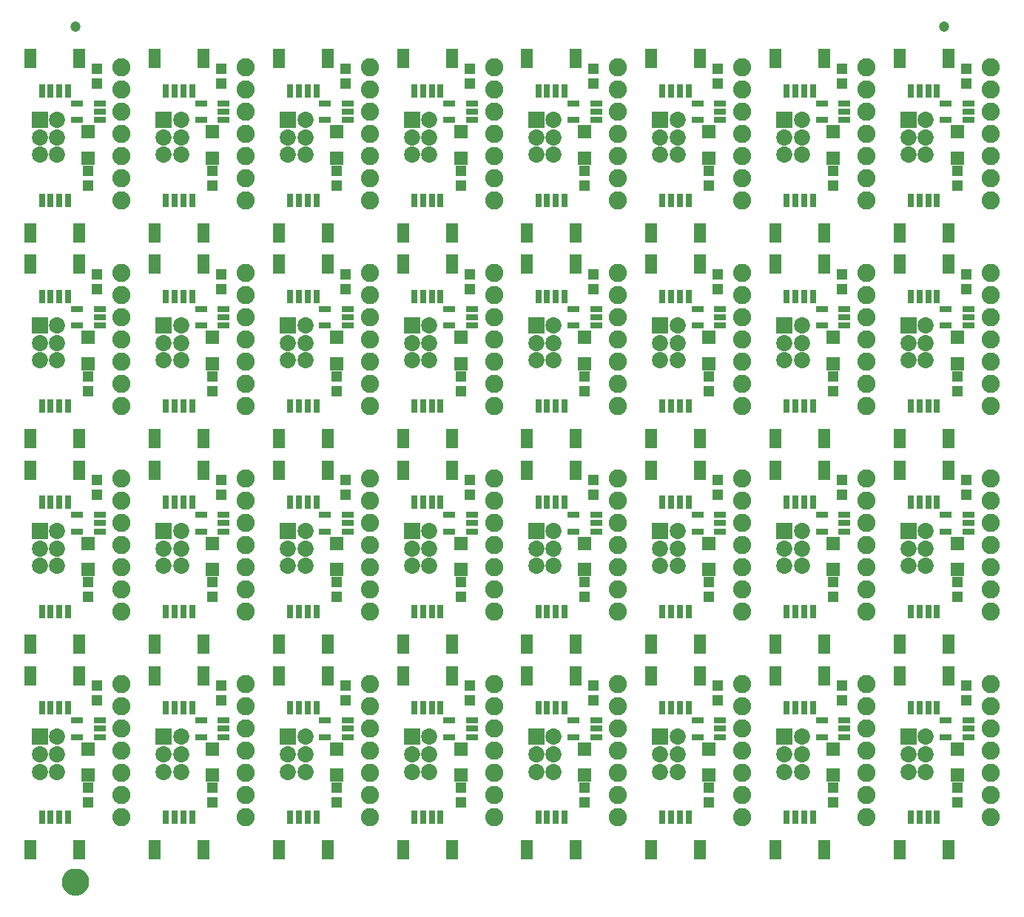
<source format=gts>
G75*
%MOIN*%
%OFA0B0*%
%FSLAX25Y25*%
%IPPOS*%
%LPD*%
%AMOC8*
5,1,8,0,0,1.08239X$1,22.5*
%
%ADD10R,0.04737X0.05131*%
%ADD11R,0.05524X0.08674*%
%ADD12R,0.03162X0.06115*%
%ADD13R,0.07300X0.07300*%
%ADD14C,0.07300*%
%ADD15R,0.05918X0.05918*%
%ADD16R,0.05524X0.02965*%
%ADD17C,0.08200*%
%ADD18C,0.04737*%
%ADD19C,0.05000*%
%ADD20C,0.06706*%
D10*
X0212843Y0056104D03*
X0212843Y0062797D03*
X0268765Y0062797D03*
X0268765Y0056104D03*
X0324686Y0056104D03*
X0324686Y0062797D03*
X0328686Y0102104D03*
X0328686Y0108797D03*
X0384607Y0108797D03*
X0384607Y0102104D03*
X0380607Y0062797D03*
X0380607Y0056104D03*
X0436528Y0056104D03*
X0436528Y0062797D03*
X0440528Y0102104D03*
X0440528Y0108797D03*
X0436528Y0148805D03*
X0436528Y0155498D03*
X0380607Y0155498D03*
X0380607Y0148805D03*
X0324686Y0148805D03*
X0324686Y0155498D03*
X0328686Y0194805D03*
X0328686Y0201498D03*
X0384607Y0201498D03*
X0384607Y0194805D03*
X0440528Y0194805D03*
X0440528Y0201498D03*
X0436528Y0241506D03*
X0436528Y0248199D03*
X0380607Y0248199D03*
X0380607Y0241506D03*
X0324686Y0241506D03*
X0324686Y0248199D03*
X0328686Y0287506D03*
X0328686Y0294199D03*
X0384607Y0294199D03*
X0384607Y0287506D03*
X0440528Y0287506D03*
X0440528Y0294199D03*
X0436528Y0334207D03*
X0436528Y0340900D03*
X0380607Y0340900D03*
X0380607Y0334207D03*
X0324686Y0334207D03*
X0324686Y0340900D03*
X0328686Y0380207D03*
X0328686Y0386900D03*
X0384607Y0386900D03*
X0384607Y0380207D03*
X0440528Y0380207D03*
X0440528Y0386900D03*
X0496450Y0386900D03*
X0496450Y0380207D03*
X0552371Y0380207D03*
X0552371Y0386900D03*
X0608292Y0386900D03*
X0608292Y0380207D03*
X0604292Y0340900D03*
X0604292Y0334207D03*
X0548371Y0334207D03*
X0548371Y0340900D03*
X0492450Y0340900D03*
X0492450Y0334207D03*
X0496450Y0294199D03*
X0496450Y0287506D03*
X0552371Y0287506D03*
X0552371Y0294199D03*
X0608292Y0294199D03*
X0608292Y0287506D03*
X0604292Y0248199D03*
X0604292Y0241506D03*
X0548371Y0241506D03*
X0548371Y0248199D03*
X0492450Y0248199D03*
X0492450Y0241506D03*
X0496450Y0201498D03*
X0496450Y0194805D03*
X0552371Y0194805D03*
X0552371Y0201498D03*
X0608292Y0201498D03*
X0608292Y0194805D03*
X0604292Y0155498D03*
X0604292Y0148805D03*
X0548371Y0148805D03*
X0548371Y0155498D03*
X0492450Y0155498D03*
X0492450Y0148805D03*
X0496450Y0108797D03*
X0496450Y0102104D03*
X0552371Y0102104D03*
X0552371Y0108797D03*
X0608292Y0108797D03*
X0608292Y0102104D03*
X0604292Y0062797D03*
X0604292Y0056104D03*
X0548371Y0056104D03*
X0548371Y0062797D03*
X0492450Y0062797D03*
X0492450Y0056104D03*
X0272765Y0102104D03*
X0272765Y0108797D03*
X0268765Y0148805D03*
X0268765Y0155498D03*
X0212843Y0155498D03*
X0212843Y0148805D03*
X0216843Y0108797D03*
X0216843Y0102104D03*
X0216843Y0194805D03*
X0216843Y0201498D03*
X0212843Y0241506D03*
X0212843Y0248199D03*
X0268765Y0248199D03*
X0268765Y0241506D03*
X0272765Y0201498D03*
X0272765Y0194805D03*
X0272765Y0287506D03*
X0272765Y0294199D03*
X0268765Y0334207D03*
X0268765Y0340900D03*
X0212843Y0340900D03*
X0212843Y0334207D03*
X0216843Y0294199D03*
X0216843Y0287506D03*
X0216843Y0380207D03*
X0216843Y0386900D03*
X0272765Y0386900D03*
X0272765Y0380207D03*
D11*
X0186820Y0034982D03*
X0208867Y0034982D03*
X0242741Y0034982D03*
X0264788Y0034982D03*
X0298662Y0034982D03*
X0320709Y0034982D03*
X0354583Y0034982D03*
X0376631Y0034982D03*
X0410505Y0034982D03*
X0432552Y0034982D03*
X0466426Y0034982D03*
X0488473Y0034982D03*
X0522347Y0034982D03*
X0544395Y0034982D03*
X0578268Y0034982D03*
X0600316Y0034982D03*
X0600316Y0113388D03*
X0600316Y0127683D03*
X0578268Y0127683D03*
X0578268Y0113388D03*
X0544395Y0113388D03*
X0544395Y0127683D03*
X0522347Y0127683D03*
X0522347Y0113388D03*
X0488473Y0113388D03*
X0488473Y0127683D03*
X0466426Y0127683D03*
X0466426Y0113388D03*
X0432552Y0113388D03*
X0432552Y0127683D03*
X0410505Y0127683D03*
X0410505Y0113388D03*
X0376631Y0113388D03*
X0376631Y0127683D03*
X0354583Y0127683D03*
X0354583Y0113388D03*
X0320709Y0113388D03*
X0320709Y0127683D03*
X0298662Y0127683D03*
X0298662Y0113388D03*
X0264788Y0113388D03*
X0264788Y0127683D03*
X0242741Y0127683D03*
X0242741Y0113388D03*
X0208867Y0113388D03*
X0208867Y0127683D03*
X0186820Y0127683D03*
X0186820Y0113388D03*
X0186820Y0206089D03*
X0186820Y0220384D03*
X0208867Y0220384D03*
X0208867Y0206089D03*
X0242741Y0206089D03*
X0242741Y0220384D03*
X0264788Y0220384D03*
X0264788Y0206089D03*
X0298662Y0206089D03*
X0298662Y0220384D03*
X0320709Y0220384D03*
X0320709Y0206089D03*
X0354583Y0206089D03*
X0354583Y0220384D03*
X0376631Y0220384D03*
X0376631Y0206089D03*
X0410505Y0206089D03*
X0410505Y0220384D03*
X0432552Y0220384D03*
X0432552Y0206089D03*
X0466426Y0206089D03*
X0466426Y0220384D03*
X0488473Y0220384D03*
X0488473Y0206089D03*
X0522347Y0206089D03*
X0522347Y0220384D03*
X0544395Y0220384D03*
X0544395Y0206089D03*
X0578268Y0206089D03*
X0578268Y0220384D03*
X0600316Y0220384D03*
X0600316Y0206089D03*
X0600316Y0298789D03*
X0600316Y0313085D03*
X0578268Y0313085D03*
X0578268Y0298789D03*
X0544395Y0298789D03*
X0544395Y0313085D03*
X0522347Y0313085D03*
X0522347Y0298789D03*
X0488473Y0298789D03*
X0488473Y0313085D03*
X0466426Y0313085D03*
X0466426Y0298789D03*
X0432552Y0298789D03*
X0432552Y0313085D03*
X0410505Y0313085D03*
X0410505Y0298789D03*
X0376631Y0298789D03*
X0376631Y0313085D03*
X0354583Y0313085D03*
X0354583Y0298789D03*
X0320709Y0298789D03*
X0320709Y0313085D03*
X0298662Y0313085D03*
X0298662Y0298789D03*
X0264788Y0298789D03*
X0264788Y0313085D03*
X0242741Y0313085D03*
X0242741Y0298789D03*
X0208867Y0298789D03*
X0208867Y0313085D03*
X0186820Y0313085D03*
X0186820Y0298789D03*
X0186820Y0391490D03*
X0208867Y0391490D03*
X0242741Y0391490D03*
X0264788Y0391490D03*
X0298662Y0391490D03*
X0320709Y0391490D03*
X0354583Y0391490D03*
X0376631Y0391490D03*
X0410505Y0391490D03*
X0432552Y0391490D03*
X0466426Y0391490D03*
X0488473Y0391490D03*
X0522347Y0391490D03*
X0544395Y0391490D03*
X0578268Y0391490D03*
X0600316Y0391490D03*
D12*
X0595198Y0377022D03*
X0591261Y0377022D03*
X0587324Y0377022D03*
X0583387Y0377022D03*
X0539276Y0377022D03*
X0535339Y0377022D03*
X0531402Y0377022D03*
X0527465Y0377022D03*
X0483355Y0377022D03*
X0479418Y0377022D03*
X0475481Y0377022D03*
X0471544Y0377022D03*
X0427434Y0377022D03*
X0423497Y0377022D03*
X0419560Y0377022D03*
X0415623Y0377022D03*
X0371513Y0377022D03*
X0367576Y0377022D03*
X0363639Y0377022D03*
X0359702Y0377022D03*
X0315591Y0377022D03*
X0311654Y0377022D03*
X0307717Y0377022D03*
X0303780Y0377022D03*
X0259670Y0377022D03*
X0255733Y0377022D03*
X0251796Y0377022D03*
X0247859Y0377022D03*
X0203749Y0377022D03*
X0199812Y0377022D03*
X0195875Y0377022D03*
X0191938Y0377022D03*
X0191938Y0327553D03*
X0195875Y0327553D03*
X0199812Y0327553D03*
X0203749Y0327553D03*
X0247859Y0327553D03*
X0251796Y0327553D03*
X0255733Y0327553D03*
X0259670Y0327553D03*
X0303780Y0327553D03*
X0307717Y0327553D03*
X0311654Y0327553D03*
X0315591Y0327553D03*
X0359702Y0327553D03*
X0363639Y0327553D03*
X0367576Y0327553D03*
X0371513Y0327553D03*
X0415623Y0327553D03*
X0419560Y0327553D03*
X0423497Y0327553D03*
X0427434Y0327553D03*
X0471544Y0327553D03*
X0475481Y0327553D03*
X0479418Y0327553D03*
X0483355Y0327553D03*
X0527465Y0327553D03*
X0531402Y0327553D03*
X0535339Y0327553D03*
X0539276Y0327553D03*
X0583387Y0327553D03*
X0587324Y0327553D03*
X0591261Y0327553D03*
X0595198Y0327553D03*
X0595198Y0284321D03*
X0591261Y0284321D03*
X0587324Y0284321D03*
X0583387Y0284321D03*
X0539276Y0284321D03*
X0535339Y0284321D03*
X0531402Y0284321D03*
X0527465Y0284321D03*
X0483355Y0284321D03*
X0479418Y0284321D03*
X0475481Y0284321D03*
X0471544Y0284321D03*
X0427434Y0284321D03*
X0423497Y0284321D03*
X0419560Y0284321D03*
X0415623Y0284321D03*
X0371513Y0284321D03*
X0367576Y0284321D03*
X0363639Y0284321D03*
X0359702Y0284321D03*
X0315591Y0284321D03*
X0311654Y0284321D03*
X0307717Y0284321D03*
X0303780Y0284321D03*
X0259670Y0284321D03*
X0255733Y0284321D03*
X0251796Y0284321D03*
X0247859Y0284321D03*
X0203749Y0284321D03*
X0199812Y0284321D03*
X0195875Y0284321D03*
X0191938Y0284321D03*
X0191938Y0234852D03*
X0195875Y0234852D03*
X0199812Y0234852D03*
X0203749Y0234852D03*
X0247859Y0234852D03*
X0251796Y0234852D03*
X0255733Y0234852D03*
X0259670Y0234852D03*
X0303780Y0234852D03*
X0307717Y0234852D03*
X0311654Y0234852D03*
X0315591Y0234852D03*
X0359702Y0234852D03*
X0363639Y0234852D03*
X0367576Y0234852D03*
X0371513Y0234852D03*
X0415623Y0234852D03*
X0419560Y0234852D03*
X0423497Y0234852D03*
X0427434Y0234852D03*
X0471544Y0234852D03*
X0475481Y0234852D03*
X0479418Y0234852D03*
X0483355Y0234852D03*
X0527465Y0234852D03*
X0531402Y0234852D03*
X0535339Y0234852D03*
X0539276Y0234852D03*
X0583387Y0234852D03*
X0587324Y0234852D03*
X0591261Y0234852D03*
X0595198Y0234852D03*
X0595198Y0191620D03*
X0591261Y0191620D03*
X0587324Y0191620D03*
X0583387Y0191620D03*
X0539276Y0191620D03*
X0535339Y0191620D03*
X0531402Y0191620D03*
X0527465Y0191620D03*
X0483355Y0191620D03*
X0479418Y0191620D03*
X0475481Y0191620D03*
X0471544Y0191620D03*
X0427434Y0191620D03*
X0423497Y0191620D03*
X0419560Y0191620D03*
X0415623Y0191620D03*
X0371513Y0191620D03*
X0367576Y0191620D03*
X0363639Y0191620D03*
X0359702Y0191620D03*
X0315591Y0191620D03*
X0311654Y0191620D03*
X0307717Y0191620D03*
X0303780Y0191620D03*
X0259670Y0191620D03*
X0255733Y0191620D03*
X0251796Y0191620D03*
X0247859Y0191620D03*
X0203749Y0191620D03*
X0199812Y0191620D03*
X0195875Y0191620D03*
X0191938Y0191620D03*
X0191938Y0142152D03*
X0195875Y0142152D03*
X0199812Y0142152D03*
X0203749Y0142152D03*
X0247859Y0142152D03*
X0251796Y0142152D03*
X0255733Y0142152D03*
X0259670Y0142152D03*
X0303780Y0142152D03*
X0307717Y0142152D03*
X0311654Y0142152D03*
X0315591Y0142152D03*
X0359702Y0142152D03*
X0363639Y0142152D03*
X0367576Y0142152D03*
X0371513Y0142152D03*
X0415623Y0142152D03*
X0419560Y0142152D03*
X0423497Y0142152D03*
X0427434Y0142152D03*
X0471544Y0142152D03*
X0475481Y0142152D03*
X0479418Y0142152D03*
X0483355Y0142152D03*
X0527465Y0142152D03*
X0531402Y0142152D03*
X0535339Y0142152D03*
X0539276Y0142152D03*
X0583387Y0142152D03*
X0587324Y0142152D03*
X0591261Y0142152D03*
X0595198Y0142152D03*
X0595198Y0098919D03*
X0591261Y0098919D03*
X0587324Y0098919D03*
X0583387Y0098919D03*
X0539276Y0098919D03*
X0535339Y0098919D03*
X0531402Y0098919D03*
X0527465Y0098919D03*
X0483355Y0098919D03*
X0479418Y0098919D03*
X0475481Y0098919D03*
X0471544Y0098919D03*
X0427434Y0098919D03*
X0423497Y0098919D03*
X0419560Y0098919D03*
X0415623Y0098919D03*
X0371513Y0098919D03*
X0367576Y0098919D03*
X0363639Y0098919D03*
X0359702Y0098919D03*
X0315591Y0098919D03*
X0311654Y0098919D03*
X0307717Y0098919D03*
X0303780Y0098919D03*
X0259670Y0098919D03*
X0255733Y0098919D03*
X0251796Y0098919D03*
X0247859Y0098919D03*
X0203749Y0098919D03*
X0199812Y0098919D03*
X0195875Y0098919D03*
X0191938Y0098919D03*
X0191938Y0049451D03*
X0195875Y0049451D03*
X0199812Y0049451D03*
X0203749Y0049451D03*
X0247859Y0049451D03*
X0251796Y0049451D03*
X0255733Y0049451D03*
X0259670Y0049451D03*
X0303780Y0049451D03*
X0307717Y0049451D03*
X0311654Y0049451D03*
X0315591Y0049451D03*
X0359702Y0049451D03*
X0363639Y0049451D03*
X0367576Y0049451D03*
X0371513Y0049451D03*
X0415623Y0049451D03*
X0419560Y0049451D03*
X0423497Y0049451D03*
X0427434Y0049451D03*
X0471544Y0049451D03*
X0475481Y0049451D03*
X0479418Y0049451D03*
X0483355Y0049451D03*
X0527465Y0049451D03*
X0531402Y0049451D03*
X0535339Y0049451D03*
X0539276Y0049451D03*
X0583387Y0049451D03*
X0587324Y0049451D03*
X0591261Y0049451D03*
X0595198Y0049451D03*
D13*
X0582355Y0085825D03*
X0526434Y0085825D03*
X0470513Y0085825D03*
X0414591Y0085825D03*
X0358670Y0085825D03*
X0302749Y0085825D03*
X0246828Y0085825D03*
X0190906Y0085825D03*
X0190906Y0178526D03*
X0246828Y0178526D03*
X0302749Y0178526D03*
X0358670Y0178526D03*
X0414591Y0178526D03*
X0470513Y0178526D03*
X0526434Y0178526D03*
X0582355Y0178526D03*
X0582355Y0271226D03*
X0526434Y0271226D03*
X0470513Y0271226D03*
X0414591Y0271226D03*
X0358670Y0271226D03*
X0302749Y0271226D03*
X0246828Y0271226D03*
X0190906Y0271226D03*
X0190906Y0363927D03*
X0246828Y0363927D03*
X0302749Y0363927D03*
X0358670Y0363927D03*
X0414591Y0363927D03*
X0470513Y0363927D03*
X0526434Y0363927D03*
X0582355Y0363927D03*
D14*
X0582355Y0356053D03*
X0582355Y0348179D03*
X0590229Y0348179D03*
X0590229Y0356053D03*
X0590229Y0363927D03*
X0534308Y0363927D03*
X0534308Y0356053D03*
X0526434Y0356053D03*
X0526434Y0348179D03*
X0534308Y0348179D03*
X0478387Y0348179D03*
X0470513Y0348179D03*
X0470513Y0356053D03*
X0478387Y0356053D03*
X0478387Y0363927D03*
X0422465Y0363927D03*
X0422465Y0356053D03*
X0414591Y0356053D03*
X0414591Y0348179D03*
X0422465Y0348179D03*
X0366544Y0348179D03*
X0358670Y0348179D03*
X0358670Y0356053D03*
X0366544Y0356053D03*
X0366544Y0363927D03*
X0310623Y0363927D03*
X0310623Y0356053D03*
X0302749Y0356053D03*
X0302749Y0348179D03*
X0310623Y0348179D03*
X0254702Y0348179D03*
X0246828Y0348179D03*
X0246828Y0356053D03*
X0254702Y0356053D03*
X0254702Y0363927D03*
X0198780Y0363927D03*
X0198780Y0356053D03*
X0190906Y0356053D03*
X0190906Y0348179D03*
X0198780Y0348179D03*
X0198780Y0271226D03*
X0198780Y0263352D03*
X0190906Y0263352D03*
X0190906Y0255478D03*
X0198780Y0255478D03*
X0246828Y0255478D03*
X0254702Y0255478D03*
X0254702Y0263352D03*
X0246828Y0263352D03*
X0254702Y0271226D03*
X0302749Y0263352D03*
X0310623Y0263352D03*
X0310623Y0255478D03*
X0302749Y0255478D03*
X0310623Y0271226D03*
X0358670Y0263352D03*
X0366544Y0263352D03*
X0366544Y0255478D03*
X0358670Y0255478D03*
X0366544Y0271226D03*
X0414591Y0263352D03*
X0414591Y0255478D03*
X0422465Y0255478D03*
X0422465Y0263352D03*
X0422465Y0271226D03*
X0470513Y0263352D03*
X0478387Y0263352D03*
X0478387Y0255478D03*
X0470513Y0255478D03*
X0478387Y0271226D03*
X0526434Y0263352D03*
X0534308Y0263352D03*
X0534308Y0255478D03*
X0526434Y0255478D03*
X0534308Y0271226D03*
X0582355Y0263352D03*
X0582355Y0255478D03*
X0590229Y0255478D03*
X0590229Y0263352D03*
X0590229Y0271226D03*
X0590229Y0178526D03*
X0590229Y0170652D03*
X0582355Y0170652D03*
X0582355Y0162778D03*
X0590229Y0162778D03*
X0534308Y0162778D03*
X0526434Y0162778D03*
X0526434Y0170652D03*
X0534308Y0170652D03*
X0534308Y0178526D03*
X0478387Y0178526D03*
X0478387Y0170652D03*
X0470513Y0170652D03*
X0470513Y0162778D03*
X0478387Y0162778D03*
X0422465Y0162778D03*
X0422465Y0170652D03*
X0422465Y0178526D03*
X0414591Y0170652D03*
X0414591Y0162778D03*
X0366544Y0162778D03*
X0358670Y0162778D03*
X0358670Y0170652D03*
X0366544Y0170652D03*
X0366544Y0178526D03*
X0310623Y0178526D03*
X0310623Y0170652D03*
X0302749Y0170652D03*
X0302749Y0162778D03*
X0310623Y0162778D03*
X0254702Y0162778D03*
X0246828Y0162778D03*
X0246828Y0170652D03*
X0254702Y0170652D03*
X0254702Y0178526D03*
X0198780Y0178526D03*
X0198780Y0170652D03*
X0190906Y0170652D03*
X0190906Y0162778D03*
X0198780Y0162778D03*
X0198780Y0085825D03*
X0198780Y0077951D03*
X0190906Y0077951D03*
X0190906Y0070077D03*
X0198780Y0070077D03*
X0246828Y0070077D03*
X0254702Y0070077D03*
X0254702Y0077951D03*
X0246828Y0077951D03*
X0254702Y0085825D03*
X0302749Y0077951D03*
X0310623Y0077951D03*
X0310623Y0070077D03*
X0302749Y0070077D03*
X0310623Y0085825D03*
X0358670Y0077951D03*
X0366544Y0077951D03*
X0366544Y0070077D03*
X0358670Y0070077D03*
X0366544Y0085825D03*
X0414591Y0077951D03*
X0414591Y0070077D03*
X0422465Y0070077D03*
X0422465Y0077951D03*
X0422465Y0085825D03*
X0470513Y0077951D03*
X0478387Y0077951D03*
X0478387Y0070077D03*
X0470513Y0070077D03*
X0478387Y0085825D03*
X0526434Y0077951D03*
X0534308Y0077951D03*
X0534308Y0070077D03*
X0526434Y0070077D03*
X0534308Y0085825D03*
X0582355Y0077951D03*
X0582355Y0070077D03*
X0590229Y0070077D03*
X0590229Y0077951D03*
X0590229Y0085825D03*
D15*
X0604292Y0080356D03*
X0604292Y0068545D03*
X0548371Y0068545D03*
X0548371Y0080356D03*
X0492450Y0080356D03*
X0492450Y0068545D03*
X0436528Y0068545D03*
X0436528Y0080356D03*
X0380607Y0080356D03*
X0380607Y0068545D03*
X0324686Y0068545D03*
X0324686Y0080356D03*
X0268765Y0080356D03*
X0268765Y0068545D03*
X0212843Y0068545D03*
X0212843Y0080356D03*
X0212843Y0161246D03*
X0212843Y0173057D03*
X0268765Y0173057D03*
X0268765Y0161246D03*
X0324686Y0161246D03*
X0324686Y0173057D03*
X0380607Y0173057D03*
X0380607Y0161246D03*
X0436528Y0161246D03*
X0436528Y0173057D03*
X0492450Y0173057D03*
X0492450Y0161246D03*
X0548371Y0161246D03*
X0548371Y0173057D03*
X0604292Y0173057D03*
X0604292Y0161246D03*
X0604292Y0253947D03*
X0604292Y0265758D03*
X0548371Y0265758D03*
X0548371Y0253947D03*
X0492450Y0253947D03*
X0492450Y0265758D03*
X0436528Y0265758D03*
X0436528Y0253947D03*
X0380607Y0253947D03*
X0380607Y0265758D03*
X0324686Y0265758D03*
X0324686Y0253947D03*
X0268765Y0253947D03*
X0268765Y0265758D03*
X0212843Y0265758D03*
X0212843Y0253947D03*
X0212843Y0346648D03*
X0212843Y0358459D03*
X0268765Y0358459D03*
X0268765Y0346648D03*
X0324686Y0346648D03*
X0324686Y0358459D03*
X0380607Y0358459D03*
X0380607Y0346648D03*
X0436528Y0346648D03*
X0436528Y0358459D03*
X0492450Y0358459D03*
X0492450Y0346648D03*
X0548371Y0346648D03*
X0548371Y0358459D03*
X0604292Y0358459D03*
X0604292Y0346648D03*
D16*
X0599174Y0363813D03*
X0599174Y0371293D03*
X0609411Y0371293D03*
X0609411Y0367553D03*
X0609411Y0363813D03*
X0553489Y0363813D03*
X0553489Y0367553D03*
X0553489Y0371293D03*
X0543252Y0371293D03*
X0543252Y0363813D03*
X0497568Y0363813D03*
X0497568Y0367553D03*
X0497568Y0371293D03*
X0487331Y0371293D03*
X0487331Y0363813D03*
X0441647Y0363813D03*
X0441647Y0367553D03*
X0441647Y0371293D03*
X0431410Y0371293D03*
X0431410Y0363813D03*
X0385726Y0363813D03*
X0385726Y0367553D03*
X0385726Y0371293D03*
X0375489Y0371293D03*
X0375489Y0363813D03*
X0329804Y0363813D03*
X0329804Y0367553D03*
X0329804Y0371293D03*
X0319567Y0371293D03*
X0319567Y0363813D03*
X0273883Y0363813D03*
X0273883Y0367553D03*
X0273883Y0371293D03*
X0263646Y0371293D03*
X0263646Y0363813D03*
X0217962Y0363813D03*
X0217962Y0367553D03*
X0217962Y0371293D03*
X0207725Y0371293D03*
X0207725Y0363813D03*
X0207725Y0278593D03*
X0207725Y0271112D03*
X0217962Y0271112D03*
X0217962Y0274852D03*
X0217962Y0278593D03*
X0263646Y0278593D03*
X0263646Y0271112D03*
X0273883Y0271112D03*
X0273883Y0274852D03*
X0273883Y0278593D03*
X0319567Y0278593D03*
X0319567Y0271112D03*
X0329804Y0271112D03*
X0329804Y0274852D03*
X0329804Y0278593D03*
X0375489Y0278593D03*
X0375489Y0271112D03*
X0385726Y0271112D03*
X0385726Y0274852D03*
X0385726Y0278593D03*
X0431410Y0278593D03*
X0431410Y0271112D03*
X0441647Y0271112D03*
X0441647Y0274852D03*
X0441647Y0278593D03*
X0487331Y0278593D03*
X0487331Y0271112D03*
X0497568Y0271112D03*
X0497568Y0274852D03*
X0497568Y0278593D03*
X0543252Y0278593D03*
X0543252Y0271112D03*
X0553489Y0271112D03*
X0553489Y0274852D03*
X0553489Y0278593D03*
X0599174Y0278593D03*
X0599174Y0271112D03*
X0609411Y0271112D03*
X0609411Y0274852D03*
X0609411Y0278593D03*
X0609411Y0185892D03*
X0609411Y0182152D03*
X0609411Y0178411D03*
X0599174Y0178411D03*
X0599174Y0185892D03*
X0553489Y0185892D03*
X0553489Y0182152D03*
X0553489Y0178411D03*
X0543252Y0178411D03*
X0543252Y0185892D03*
X0497568Y0185892D03*
X0497568Y0182152D03*
X0497568Y0178411D03*
X0487331Y0178411D03*
X0487331Y0185892D03*
X0441647Y0185892D03*
X0441647Y0182152D03*
X0441647Y0178411D03*
X0431410Y0178411D03*
X0431410Y0185892D03*
X0385726Y0185892D03*
X0385726Y0182152D03*
X0385726Y0178411D03*
X0375489Y0178411D03*
X0375489Y0185892D03*
X0329804Y0185892D03*
X0329804Y0182152D03*
X0329804Y0178411D03*
X0319567Y0178411D03*
X0319567Y0185892D03*
X0273883Y0185892D03*
X0273883Y0182152D03*
X0273883Y0178411D03*
X0263646Y0178411D03*
X0263646Y0185892D03*
X0217962Y0185892D03*
X0217962Y0182152D03*
X0217962Y0178411D03*
X0207725Y0178411D03*
X0207725Y0185892D03*
X0207725Y0093191D03*
X0207725Y0085711D03*
X0217962Y0085711D03*
X0217962Y0089451D03*
X0217962Y0093191D03*
X0263646Y0093191D03*
X0263646Y0085711D03*
X0273883Y0085711D03*
X0273883Y0089451D03*
X0273883Y0093191D03*
X0319567Y0093191D03*
X0319567Y0085711D03*
X0329804Y0085711D03*
X0329804Y0089451D03*
X0329804Y0093191D03*
X0375489Y0093191D03*
X0375489Y0085711D03*
X0385726Y0085711D03*
X0385726Y0089451D03*
X0385726Y0093191D03*
X0431410Y0093191D03*
X0431410Y0085711D03*
X0441647Y0085711D03*
X0441647Y0089451D03*
X0441647Y0093191D03*
X0487331Y0093191D03*
X0487331Y0085711D03*
X0497568Y0085711D03*
X0497568Y0089451D03*
X0497568Y0093191D03*
X0543252Y0093191D03*
X0543252Y0085711D03*
X0553489Y0085711D03*
X0553489Y0089451D03*
X0553489Y0093191D03*
X0599174Y0093191D03*
X0599174Y0085711D03*
X0609411Y0085711D03*
X0609411Y0089451D03*
X0609411Y0093191D03*
D17*
X0619292Y0089451D03*
X0619292Y0099451D03*
X0619292Y0109451D03*
X0619292Y0079451D03*
X0619292Y0069451D03*
X0619292Y0059451D03*
X0619292Y0049451D03*
X0563371Y0049451D03*
X0563371Y0059451D03*
X0563371Y0069451D03*
X0563371Y0079451D03*
X0563371Y0089451D03*
X0563371Y0099451D03*
X0563371Y0109451D03*
X0563371Y0142152D03*
X0563371Y0152152D03*
X0563371Y0162152D03*
X0563371Y0172152D03*
X0563371Y0182152D03*
X0563371Y0192152D03*
X0563371Y0202152D03*
X0563371Y0234852D03*
X0563371Y0244852D03*
X0563371Y0254852D03*
X0563371Y0264852D03*
X0563371Y0274852D03*
X0563371Y0284852D03*
X0563371Y0294852D03*
X0563371Y0327553D03*
X0563371Y0337553D03*
X0563371Y0347553D03*
X0563371Y0357553D03*
X0563371Y0367553D03*
X0563371Y0377553D03*
X0563371Y0387553D03*
X0619292Y0387553D03*
X0619292Y0377553D03*
X0619292Y0367553D03*
X0619292Y0357553D03*
X0619292Y0347553D03*
X0619292Y0337553D03*
X0619292Y0327553D03*
X0619292Y0294852D03*
X0619292Y0284852D03*
X0619292Y0274852D03*
X0619292Y0264852D03*
X0619292Y0254852D03*
X0619292Y0244852D03*
X0619292Y0234852D03*
X0619292Y0202152D03*
X0619292Y0192152D03*
X0619292Y0182152D03*
X0619292Y0172152D03*
X0619292Y0162152D03*
X0619292Y0152152D03*
X0619292Y0142152D03*
X0507450Y0142152D03*
X0507450Y0152152D03*
X0507450Y0162152D03*
X0507450Y0172152D03*
X0507450Y0182152D03*
X0507450Y0192152D03*
X0507450Y0202152D03*
X0507450Y0234852D03*
X0507450Y0244852D03*
X0507450Y0254852D03*
X0507450Y0264852D03*
X0507450Y0274852D03*
X0507450Y0284852D03*
X0507450Y0294852D03*
X0507450Y0327553D03*
X0507450Y0337553D03*
X0507450Y0347553D03*
X0507450Y0357553D03*
X0507450Y0367553D03*
X0507450Y0377553D03*
X0507450Y0387553D03*
X0451528Y0387553D03*
X0451528Y0377553D03*
X0451528Y0367553D03*
X0451528Y0357553D03*
X0451528Y0347553D03*
X0451528Y0337553D03*
X0451528Y0327553D03*
X0451528Y0294852D03*
X0451528Y0284852D03*
X0451528Y0274852D03*
X0451528Y0264852D03*
X0451528Y0254852D03*
X0451528Y0244852D03*
X0451528Y0234852D03*
X0451528Y0202152D03*
X0451528Y0192152D03*
X0451528Y0182152D03*
X0451528Y0172152D03*
X0451528Y0162152D03*
X0451528Y0152152D03*
X0451528Y0142152D03*
X0451528Y0109451D03*
X0451528Y0099451D03*
X0451528Y0089451D03*
X0451528Y0079451D03*
X0451528Y0069451D03*
X0451528Y0059451D03*
X0451528Y0049451D03*
X0395607Y0049451D03*
X0395607Y0059451D03*
X0395607Y0069451D03*
X0395607Y0079451D03*
X0395607Y0089451D03*
X0395607Y0099451D03*
X0395607Y0109451D03*
X0395607Y0142152D03*
X0395607Y0152152D03*
X0395607Y0162152D03*
X0395607Y0172152D03*
X0395607Y0182152D03*
X0395607Y0192152D03*
X0395607Y0202152D03*
X0395607Y0234852D03*
X0395607Y0244852D03*
X0395607Y0254852D03*
X0395607Y0264852D03*
X0395607Y0274852D03*
X0395607Y0284852D03*
X0395607Y0294852D03*
X0395607Y0327553D03*
X0395607Y0337553D03*
X0395607Y0347553D03*
X0395607Y0357553D03*
X0395607Y0367553D03*
X0395607Y0377553D03*
X0395607Y0387553D03*
X0339686Y0387553D03*
X0339686Y0377553D03*
X0339686Y0367553D03*
X0339686Y0357553D03*
X0339686Y0347553D03*
X0339686Y0337553D03*
X0339686Y0327553D03*
X0339686Y0294852D03*
X0339686Y0284852D03*
X0339686Y0274852D03*
X0339686Y0264852D03*
X0339686Y0254852D03*
X0339686Y0244852D03*
X0339686Y0234852D03*
X0339686Y0202152D03*
X0339686Y0192152D03*
X0339686Y0182152D03*
X0339686Y0172152D03*
X0339686Y0162152D03*
X0339686Y0152152D03*
X0339686Y0142152D03*
X0339686Y0109451D03*
X0339686Y0099451D03*
X0339686Y0089451D03*
X0339686Y0079451D03*
X0339686Y0069451D03*
X0339686Y0059451D03*
X0339686Y0049451D03*
X0283765Y0049451D03*
X0283765Y0059451D03*
X0283765Y0069451D03*
X0283765Y0079451D03*
X0283765Y0089451D03*
X0283765Y0099451D03*
X0283765Y0109451D03*
X0283765Y0142152D03*
X0283765Y0152152D03*
X0283765Y0162152D03*
X0283765Y0172152D03*
X0283765Y0182152D03*
X0283765Y0192152D03*
X0283765Y0202152D03*
X0283765Y0234852D03*
X0283765Y0244852D03*
X0283765Y0254852D03*
X0283765Y0264852D03*
X0283765Y0274852D03*
X0283765Y0284852D03*
X0283765Y0294852D03*
X0283765Y0327553D03*
X0283765Y0337553D03*
X0283765Y0347553D03*
X0283765Y0357553D03*
X0283765Y0367553D03*
X0283765Y0377553D03*
X0283765Y0387553D03*
X0227843Y0387553D03*
X0227843Y0377553D03*
X0227843Y0367553D03*
X0227843Y0357553D03*
X0227843Y0347553D03*
X0227843Y0337553D03*
X0227843Y0327553D03*
X0227843Y0294852D03*
X0227843Y0284852D03*
X0227843Y0274852D03*
X0227843Y0264852D03*
X0227843Y0254852D03*
X0227843Y0244852D03*
X0227843Y0234852D03*
X0227843Y0202152D03*
X0227843Y0192152D03*
X0227843Y0182152D03*
X0227843Y0172152D03*
X0227843Y0162152D03*
X0227843Y0152152D03*
X0227843Y0142152D03*
X0227843Y0109451D03*
X0227843Y0099451D03*
X0227843Y0089451D03*
X0227843Y0079451D03*
X0227843Y0069451D03*
X0227843Y0059451D03*
X0227843Y0049451D03*
X0507450Y0049451D03*
X0507450Y0059451D03*
X0507450Y0069451D03*
X0507450Y0079451D03*
X0507450Y0089451D03*
X0507450Y0099451D03*
X0507450Y0109451D03*
D18*
X0598292Y0405803D03*
X0206922Y0405803D03*
D19*
X0203357Y0020500D02*
X0203359Y0020619D01*
X0203365Y0020738D01*
X0203375Y0020857D01*
X0203389Y0020975D01*
X0203407Y0021093D01*
X0203428Y0021210D01*
X0203454Y0021326D01*
X0203484Y0021442D01*
X0203517Y0021556D01*
X0203554Y0021669D01*
X0203595Y0021781D01*
X0203640Y0021892D01*
X0203688Y0022001D01*
X0203740Y0022108D01*
X0203796Y0022213D01*
X0203855Y0022317D01*
X0203917Y0022418D01*
X0203983Y0022518D01*
X0204052Y0022615D01*
X0204124Y0022709D01*
X0204200Y0022802D01*
X0204278Y0022891D01*
X0204359Y0022978D01*
X0204444Y0023063D01*
X0204531Y0023144D01*
X0204620Y0023222D01*
X0204713Y0023298D01*
X0204807Y0023370D01*
X0204904Y0023439D01*
X0205004Y0023505D01*
X0205105Y0023567D01*
X0205209Y0023626D01*
X0205314Y0023682D01*
X0205421Y0023734D01*
X0205530Y0023782D01*
X0205641Y0023827D01*
X0205753Y0023868D01*
X0205866Y0023905D01*
X0205980Y0023938D01*
X0206096Y0023968D01*
X0206212Y0023994D01*
X0206329Y0024015D01*
X0206447Y0024033D01*
X0206565Y0024047D01*
X0206684Y0024057D01*
X0206803Y0024063D01*
X0206922Y0024065D01*
X0207041Y0024063D01*
X0207160Y0024057D01*
X0207279Y0024047D01*
X0207397Y0024033D01*
X0207515Y0024015D01*
X0207632Y0023994D01*
X0207748Y0023968D01*
X0207864Y0023938D01*
X0207978Y0023905D01*
X0208091Y0023868D01*
X0208203Y0023827D01*
X0208314Y0023782D01*
X0208423Y0023734D01*
X0208530Y0023682D01*
X0208635Y0023626D01*
X0208739Y0023567D01*
X0208840Y0023505D01*
X0208940Y0023439D01*
X0209037Y0023370D01*
X0209131Y0023298D01*
X0209224Y0023222D01*
X0209313Y0023144D01*
X0209400Y0023063D01*
X0209485Y0022978D01*
X0209566Y0022891D01*
X0209644Y0022802D01*
X0209720Y0022709D01*
X0209792Y0022615D01*
X0209861Y0022518D01*
X0209927Y0022418D01*
X0209989Y0022317D01*
X0210048Y0022213D01*
X0210104Y0022108D01*
X0210156Y0022001D01*
X0210204Y0021892D01*
X0210249Y0021781D01*
X0210290Y0021669D01*
X0210327Y0021556D01*
X0210360Y0021442D01*
X0210390Y0021326D01*
X0210416Y0021210D01*
X0210437Y0021093D01*
X0210455Y0020975D01*
X0210469Y0020857D01*
X0210479Y0020738D01*
X0210485Y0020619D01*
X0210487Y0020500D01*
X0210485Y0020381D01*
X0210479Y0020262D01*
X0210469Y0020143D01*
X0210455Y0020025D01*
X0210437Y0019907D01*
X0210416Y0019790D01*
X0210390Y0019674D01*
X0210360Y0019558D01*
X0210327Y0019444D01*
X0210290Y0019331D01*
X0210249Y0019219D01*
X0210204Y0019108D01*
X0210156Y0018999D01*
X0210104Y0018892D01*
X0210048Y0018787D01*
X0209989Y0018683D01*
X0209927Y0018582D01*
X0209861Y0018482D01*
X0209792Y0018385D01*
X0209720Y0018291D01*
X0209644Y0018198D01*
X0209566Y0018109D01*
X0209485Y0018022D01*
X0209400Y0017937D01*
X0209313Y0017856D01*
X0209224Y0017778D01*
X0209131Y0017702D01*
X0209037Y0017630D01*
X0208940Y0017561D01*
X0208840Y0017495D01*
X0208739Y0017433D01*
X0208635Y0017374D01*
X0208530Y0017318D01*
X0208423Y0017266D01*
X0208314Y0017218D01*
X0208203Y0017173D01*
X0208091Y0017132D01*
X0207978Y0017095D01*
X0207864Y0017062D01*
X0207748Y0017032D01*
X0207632Y0017006D01*
X0207515Y0016985D01*
X0207397Y0016967D01*
X0207279Y0016953D01*
X0207160Y0016943D01*
X0207041Y0016937D01*
X0206922Y0016935D01*
X0206803Y0016937D01*
X0206684Y0016943D01*
X0206565Y0016953D01*
X0206447Y0016967D01*
X0206329Y0016985D01*
X0206212Y0017006D01*
X0206096Y0017032D01*
X0205980Y0017062D01*
X0205866Y0017095D01*
X0205753Y0017132D01*
X0205641Y0017173D01*
X0205530Y0017218D01*
X0205421Y0017266D01*
X0205314Y0017318D01*
X0205209Y0017374D01*
X0205105Y0017433D01*
X0205004Y0017495D01*
X0204904Y0017561D01*
X0204807Y0017630D01*
X0204713Y0017702D01*
X0204620Y0017778D01*
X0204531Y0017856D01*
X0204444Y0017937D01*
X0204359Y0018022D01*
X0204278Y0018109D01*
X0204200Y0018198D01*
X0204124Y0018291D01*
X0204052Y0018385D01*
X0203983Y0018482D01*
X0203917Y0018582D01*
X0203855Y0018683D01*
X0203796Y0018787D01*
X0203740Y0018892D01*
X0203688Y0018999D01*
X0203640Y0019108D01*
X0203595Y0019219D01*
X0203554Y0019331D01*
X0203517Y0019444D01*
X0203484Y0019558D01*
X0203454Y0019674D01*
X0203428Y0019790D01*
X0203407Y0019907D01*
X0203389Y0020025D01*
X0203375Y0020143D01*
X0203365Y0020262D01*
X0203359Y0020381D01*
X0203357Y0020500D01*
D20*
X0206922Y0020500D03*
M02*

</source>
